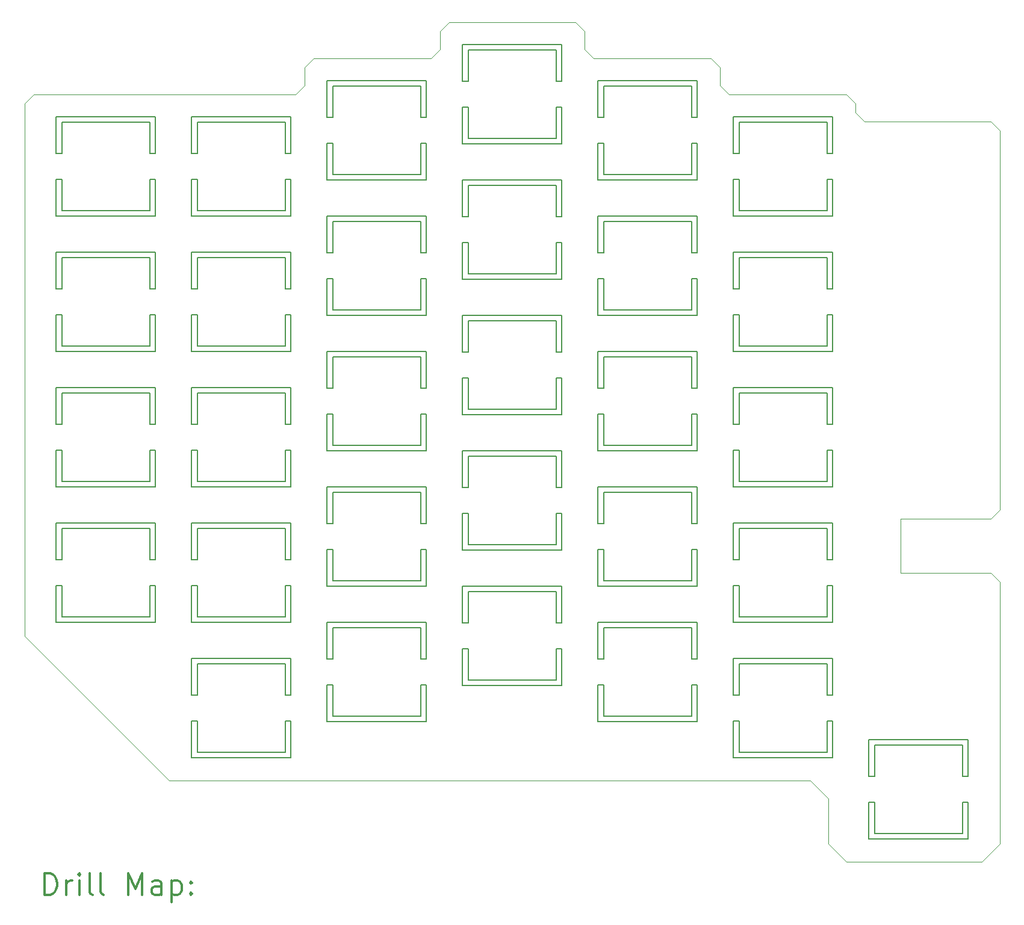
<source format=gbr>
%FSLAX45Y45*%
G04 Gerber Fmt 4.5, Leading zero omitted, Abs format (unit mm)*
G04 Created by KiCad (PCBNEW (5.1.9)-1) date 2021-03-27 16:34:16*
%MOMM*%
%LPD*%
G01*
G04 APERTURE LIST*
%TA.AperFunction,Profile*%
%ADD10C,0.050000*%
%TD*%
%TA.AperFunction,Profile*%
%ADD11C,0.150000*%
%TD*%
%ADD12C,0.200000*%
%ADD13C,0.300000*%
G04 APERTURE END LIST*
D10*
X2413000Y-11176000D02*
X4445000Y-13208000D01*
X16129000Y-14097000D02*
X16129000Y-13081000D01*
X15875000Y-14351000D02*
X16129000Y-14097000D01*
X13970000Y-14351000D02*
X15875000Y-14351000D01*
X13716000Y-14097000D02*
X13970000Y-14351000D01*
X13716000Y-13462000D02*
X13716000Y-14097000D01*
X13462000Y-13208000D02*
X13716000Y-13462000D01*
X6350000Y-13208000D02*
X13462000Y-13208000D01*
X4445000Y-13208000D02*
X6350000Y-13208000D01*
X13970000Y-3556000D02*
X14097000Y-3683000D01*
X12319000Y-3556000D02*
X13970000Y-3556000D01*
X12192000Y-3429000D02*
X12319000Y-3556000D01*
X12192000Y-3175000D02*
X12192000Y-3429000D01*
X12065000Y-3048000D02*
X12192000Y-3175000D01*
X10414000Y-3048000D02*
X12065000Y-3048000D01*
X10287000Y-2921000D02*
X10414000Y-3048000D01*
X10287000Y-2667000D02*
X10287000Y-2921000D01*
X10160000Y-2540000D02*
X10287000Y-2667000D01*
X8382000Y-2540000D02*
X10160000Y-2540000D01*
X8255000Y-2667000D02*
X8382000Y-2540000D01*
X8255000Y-2921000D02*
X8255000Y-2667000D01*
X8128000Y-3048000D02*
X8255000Y-2921000D01*
X6477000Y-3048000D02*
X8128000Y-3048000D01*
X6350000Y-3175000D02*
X6477000Y-3048000D01*
X6350000Y-3429000D02*
X6350000Y-3175000D01*
X6223000Y-3556000D02*
X6350000Y-3429000D01*
X2540000Y-3556000D02*
X6223000Y-3556000D01*
X2540000Y-3556000D02*
X2413000Y-3683000D01*
X14732000Y-9525000D02*
X14732000Y-10287000D01*
X16129000Y-9398000D02*
X16129000Y-4064000D01*
X16129000Y-10414000D02*
X16129000Y-13081000D01*
X16002000Y-9525000D02*
X16129000Y-9398000D01*
X16002000Y-10287000D02*
X16129000Y-10414000D01*
X15621000Y-10287000D02*
X15367000Y-10287000D01*
X14732000Y-10287000D02*
X16002000Y-10287000D01*
X16002000Y-9525000D02*
X14732000Y-9525000D01*
X14097000Y-3810000D02*
X14224000Y-3937000D01*
X16002000Y-3937000D02*
X16129000Y-4064000D01*
X14224000Y-3937000D02*
X16002000Y-3937000D01*
X14097000Y-3683000D02*
X14097000Y-3810000D01*
D11*
X6081000Y-10907000D02*
X4841000Y-10907000D01*
D10*
X2413000Y-11176000D02*
X2413000Y-3683000D01*
D11*
X12461000Y-10907000D02*
X12461000Y-10467000D01*
X13701000Y-10907000D02*
X12461000Y-10907000D01*
X13781000Y-10487000D02*
X13781000Y-10987000D01*
X13781000Y-10987000D02*
X12381000Y-10987000D01*
X13781000Y-10487000D02*
X13781000Y-10467000D01*
X13781000Y-9587000D02*
X12381000Y-9587000D01*
X13701000Y-10467000D02*
X13701000Y-10907000D01*
X13781000Y-10467000D02*
X13701000Y-10467000D01*
X13701000Y-10087000D02*
X13701000Y-10107000D01*
X12381000Y-10087000D02*
X12381000Y-10107000D01*
X12461000Y-10467000D02*
X12381000Y-10467000D01*
X12381000Y-10987000D02*
X12381000Y-10487000D01*
X13701000Y-10107000D02*
X13781000Y-10107000D01*
X12381000Y-10467000D02*
X12381000Y-10487000D01*
X12461000Y-10107000D02*
X12461000Y-10087000D01*
X12381000Y-9587000D02*
X12381000Y-10087000D01*
X13781000Y-10107000D02*
X13781000Y-10087000D01*
X13701000Y-9667000D02*
X13701000Y-10087000D01*
X12381000Y-10107000D02*
X12461000Y-10107000D01*
X13781000Y-10087000D02*
X13781000Y-9587000D01*
X12461000Y-10087000D02*
X12461000Y-9667000D01*
X12461000Y-9667000D02*
X13701000Y-9667000D01*
X12461000Y-7097000D02*
X12461000Y-6657000D01*
X13701000Y-7097000D02*
X12461000Y-7097000D01*
X13781000Y-6677000D02*
X13781000Y-7177000D01*
X13781000Y-7177000D02*
X12381000Y-7177000D01*
X13781000Y-6677000D02*
X13781000Y-6657000D01*
X13781000Y-5777000D02*
X12381000Y-5777000D01*
X13701000Y-6657000D02*
X13701000Y-7097000D01*
X13781000Y-6657000D02*
X13701000Y-6657000D01*
X13701000Y-6277000D02*
X13701000Y-6297000D01*
X12381000Y-6277000D02*
X12381000Y-6297000D01*
X12461000Y-6657000D02*
X12381000Y-6657000D01*
X12381000Y-7177000D02*
X12381000Y-6677000D01*
X13701000Y-6297000D02*
X13781000Y-6297000D01*
X12381000Y-6657000D02*
X12381000Y-6677000D01*
X12461000Y-6297000D02*
X12461000Y-6277000D01*
X12381000Y-5777000D02*
X12381000Y-6277000D01*
X13781000Y-6297000D02*
X13781000Y-6277000D01*
X13701000Y-5857000D02*
X13701000Y-6277000D01*
X12381000Y-6297000D02*
X12461000Y-6297000D01*
X13781000Y-6277000D02*
X13781000Y-5777000D01*
X12461000Y-6277000D02*
X12461000Y-5857000D01*
X12461000Y-5857000D02*
X13701000Y-5857000D01*
X11876000Y-4764000D02*
X10476000Y-4764000D01*
X10556000Y-3884000D02*
X10556000Y-3864000D01*
X10556000Y-3444000D02*
X11796000Y-3444000D01*
X11876000Y-4264000D02*
X11876000Y-4244000D01*
X11876000Y-4244000D02*
X11796000Y-4244000D01*
X10556000Y-3864000D02*
X10556000Y-3444000D01*
X10556000Y-4684000D02*
X10556000Y-4244000D01*
X11796000Y-3444000D02*
X11796000Y-3864000D01*
X10476000Y-3884000D02*
X10556000Y-3884000D01*
X11796000Y-3864000D02*
X11796000Y-3884000D01*
X11796000Y-4244000D02*
X11796000Y-4684000D01*
X10476000Y-4244000D02*
X10476000Y-4264000D01*
X11796000Y-4684000D02*
X10556000Y-4684000D01*
X11796000Y-3884000D02*
X11876000Y-3884000D01*
X10476000Y-3864000D02*
X10476000Y-3884000D01*
X11876000Y-4264000D02*
X11876000Y-4764000D01*
X10476000Y-3364000D02*
X10476000Y-3864000D01*
X12381000Y-4752000D02*
X12381000Y-4772000D01*
X12461000Y-3952000D02*
X13701000Y-3952000D01*
X13701000Y-5192000D02*
X12461000Y-5192000D01*
X13701000Y-3952000D02*
X13701000Y-4372000D01*
X12381000Y-4392000D02*
X12461000Y-4392000D01*
X12381000Y-4372000D02*
X12381000Y-4392000D01*
X13701000Y-4752000D02*
X13701000Y-5192000D01*
X13701000Y-4372000D02*
X13701000Y-4392000D01*
X13781000Y-4772000D02*
X13781000Y-4752000D01*
X11876000Y-3864000D02*
X11876000Y-3364000D01*
X11876000Y-3364000D02*
X10476000Y-3364000D01*
X10556000Y-4244000D02*
X10476000Y-4244000D01*
X12461000Y-4372000D02*
X12461000Y-3952000D01*
X13781000Y-4772000D02*
X13781000Y-5272000D01*
X13781000Y-4752000D02*
X13701000Y-4752000D01*
X13781000Y-5272000D02*
X12381000Y-5272000D01*
X12461000Y-4392000D02*
X12461000Y-4372000D01*
X13701000Y-4392000D02*
X13781000Y-4392000D01*
X11876000Y-3884000D02*
X11876000Y-3864000D01*
X10476000Y-4764000D02*
X10476000Y-4264000D01*
X12461000Y-5192000D02*
X12461000Y-4752000D01*
X13781000Y-3872000D02*
X12381000Y-3872000D01*
X13781000Y-4392000D02*
X13781000Y-4372000D01*
X12381000Y-5272000D02*
X12381000Y-4772000D01*
X12461000Y-4752000D02*
X12381000Y-4752000D01*
X12381000Y-3872000D02*
X12381000Y-4372000D01*
X13781000Y-4372000D02*
X13781000Y-3872000D01*
X15686000Y-14035000D02*
X14286000Y-14035000D01*
X14366000Y-13155000D02*
X14366000Y-13135000D01*
X14366000Y-12715000D02*
X15606000Y-12715000D01*
X15686000Y-13535000D02*
X15686000Y-13515000D01*
X15686000Y-13515000D02*
X15606000Y-13515000D01*
X14366000Y-13135000D02*
X14366000Y-12715000D01*
X14366000Y-13955000D02*
X14366000Y-13515000D01*
X15606000Y-12715000D02*
X15606000Y-13135000D01*
X14286000Y-13155000D02*
X14366000Y-13155000D01*
X15606000Y-13135000D02*
X15606000Y-13155000D01*
X15606000Y-13515000D02*
X15606000Y-13955000D01*
X14286000Y-13515000D02*
X14286000Y-13535000D01*
X15606000Y-13955000D02*
X14366000Y-13955000D01*
X15606000Y-13155000D02*
X15686000Y-13155000D01*
X14286000Y-13135000D02*
X14286000Y-13155000D01*
X15686000Y-13535000D02*
X15686000Y-14035000D01*
X14286000Y-12635000D02*
X14286000Y-13135000D01*
X4761000Y-12372000D02*
X4761000Y-12392000D01*
X4841000Y-11572000D02*
X6081000Y-11572000D01*
X6081000Y-12812000D02*
X4841000Y-12812000D01*
X6081000Y-11572000D02*
X6081000Y-11992000D01*
X4761000Y-12012000D02*
X4841000Y-12012000D01*
X4761000Y-11992000D02*
X4761000Y-12012000D01*
X6081000Y-12372000D02*
X6081000Y-12812000D01*
X6081000Y-11992000D02*
X6081000Y-12012000D01*
X6161000Y-12392000D02*
X6161000Y-12372000D01*
X15686000Y-13135000D02*
X15686000Y-12635000D01*
X15686000Y-12635000D02*
X14286000Y-12635000D01*
X14366000Y-13515000D02*
X14286000Y-13515000D01*
X4841000Y-11992000D02*
X4841000Y-11572000D01*
X6161000Y-12392000D02*
X6161000Y-12892000D01*
X6161000Y-12372000D02*
X6081000Y-12372000D01*
X6161000Y-12892000D02*
X4761000Y-12892000D01*
X4841000Y-12012000D02*
X4841000Y-11992000D01*
X6081000Y-12012000D02*
X6161000Y-12012000D01*
X15686000Y-13155000D02*
X15686000Y-13135000D01*
X14286000Y-14035000D02*
X14286000Y-13535000D01*
X4841000Y-12812000D02*
X4841000Y-12372000D01*
X6161000Y-11492000D02*
X4761000Y-11492000D01*
X6161000Y-12012000D02*
X6161000Y-11992000D01*
X4761000Y-12892000D02*
X4761000Y-12392000D01*
X4841000Y-12372000D02*
X4761000Y-12372000D01*
X4761000Y-11492000D02*
X4761000Y-11992000D01*
X6161000Y-11992000D02*
X6161000Y-11492000D01*
X8066000Y-12384000D02*
X6666000Y-12384000D01*
X6746000Y-11504000D02*
X6746000Y-11484000D01*
X6746000Y-11064000D02*
X7986000Y-11064000D01*
X8066000Y-11884000D02*
X8066000Y-11864000D01*
X8066000Y-11864000D02*
X7986000Y-11864000D01*
X6746000Y-11484000D02*
X6746000Y-11064000D01*
X6746000Y-12304000D02*
X6746000Y-11864000D01*
X7986000Y-11064000D02*
X7986000Y-11484000D01*
X6666000Y-11504000D02*
X6746000Y-11504000D01*
X7986000Y-11484000D02*
X7986000Y-11504000D01*
X7986000Y-11864000D02*
X7986000Y-12304000D01*
X6666000Y-11864000D02*
X6666000Y-11884000D01*
X7986000Y-12304000D02*
X6746000Y-12304000D01*
X7986000Y-11504000D02*
X8066000Y-11504000D01*
X6666000Y-11484000D02*
X6666000Y-11504000D01*
X8066000Y-11884000D02*
X8066000Y-12384000D01*
X6666000Y-10984000D02*
X6666000Y-11484000D01*
X8571000Y-11356000D02*
X8571000Y-11376000D01*
X8651000Y-10556000D02*
X9891000Y-10556000D01*
X9891000Y-11796000D02*
X8651000Y-11796000D01*
X9891000Y-10556000D02*
X9891000Y-10976000D01*
X8571000Y-10996000D02*
X8651000Y-10996000D01*
X8571000Y-10976000D02*
X8571000Y-10996000D01*
X9891000Y-11356000D02*
X9891000Y-11796000D01*
X9891000Y-10976000D02*
X9891000Y-10996000D01*
X9971000Y-11376000D02*
X9971000Y-11356000D01*
X8066000Y-11484000D02*
X8066000Y-10984000D01*
X8066000Y-10984000D02*
X6666000Y-10984000D01*
X6746000Y-11864000D02*
X6666000Y-11864000D01*
X8651000Y-10976000D02*
X8651000Y-10556000D01*
X9971000Y-11376000D02*
X9971000Y-11876000D01*
X9971000Y-11356000D02*
X9891000Y-11356000D01*
X9971000Y-11876000D02*
X8571000Y-11876000D01*
X8651000Y-10996000D02*
X8651000Y-10976000D01*
X9891000Y-10996000D02*
X9971000Y-10996000D01*
X8066000Y-11504000D02*
X8066000Y-11484000D01*
X6666000Y-12384000D02*
X6666000Y-11884000D01*
X8651000Y-11796000D02*
X8651000Y-11356000D01*
X9971000Y-10476000D02*
X8571000Y-10476000D01*
X9971000Y-10996000D02*
X9971000Y-10976000D01*
X8571000Y-11876000D02*
X8571000Y-11376000D01*
X8651000Y-11356000D02*
X8571000Y-11356000D01*
X8571000Y-10476000D02*
X8571000Y-10976000D01*
X9971000Y-10976000D02*
X9971000Y-10476000D01*
X6161000Y-10987000D02*
X4761000Y-10987000D01*
X6161000Y-10467000D02*
X6081000Y-10467000D01*
X4841000Y-10467000D02*
X4761000Y-10467000D01*
X6161000Y-10107000D02*
X6161000Y-10087000D01*
X4761000Y-10087000D02*
X4761000Y-10107000D01*
X4761000Y-10987000D02*
X4761000Y-10487000D01*
X6081000Y-10467000D02*
X6081000Y-10907000D01*
X4841000Y-9667000D02*
X6081000Y-9667000D01*
X6161000Y-10487000D02*
X6161000Y-10467000D01*
X2856000Y-10107000D02*
X2936000Y-10107000D01*
X2856000Y-10467000D02*
X2856000Y-10487000D01*
X2856000Y-10087000D02*
X2856000Y-10107000D01*
X4176000Y-10087000D02*
X4176000Y-10107000D01*
X4256000Y-10107000D02*
X4256000Y-10087000D01*
X4176000Y-9667000D02*
X4176000Y-10087000D01*
X4256000Y-10087000D02*
X4256000Y-9587000D01*
X2936000Y-10107000D02*
X2936000Y-10087000D01*
X4176000Y-10107000D02*
X4256000Y-10107000D01*
X4256000Y-10467000D02*
X4176000Y-10467000D01*
X2936000Y-10907000D02*
X2936000Y-10467000D01*
X4176000Y-10467000D02*
X4176000Y-10907000D01*
X4256000Y-10487000D02*
X4256000Y-10467000D01*
X2936000Y-9667000D02*
X4176000Y-9667000D01*
X2856000Y-9587000D02*
X2856000Y-10087000D01*
X4256000Y-10987000D02*
X2856000Y-10987000D01*
X4256000Y-10487000D02*
X4256000Y-10987000D01*
X4176000Y-10907000D02*
X2936000Y-10907000D01*
X2936000Y-10087000D02*
X2936000Y-9667000D01*
X4256000Y-9587000D02*
X2856000Y-9587000D01*
X8571000Y-9071000D02*
X8571000Y-9091000D01*
X6746000Y-9599000D02*
X6746000Y-9579000D01*
X6081000Y-9667000D02*
X6081000Y-10087000D01*
X6161000Y-10087000D02*
X6161000Y-9587000D01*
X4761000Y-10467000D02*
X4761000Y-10487000D01*
X6161000Y-9587000D02*
X4761000Y-9587000D01*
X6081000Y-10107000D02*
X6161000Y-10107000D01*
X6081000Y-10087000D02*
X6081000Y-10107000D01*
X4761000Y-10107000D02*
X4841000Y-10107000D01*
X9971000Y-9471000D02*
X9971000Y-9971000D01*
X8651000Y-9891000D02*
X8651000Y-9451000D01*
X4841000Y-10107000D02*
X4841000Y-10087000D01*
X8571000Y-9451000D02*
X8571000Y-9471000D01*
X4761000Y-9587000D02*
X4761000Y-10087000D01*
X10556000Y-10399000D02*
X10556000Y-9959000D01*
X11796000Y-10399000D02*
X10556000Y-10399000D01*
X11876000Y-9979000D02*
X11876000Y-10479000D01*
X11876000Y-10479000D02*
X10476000Y-10479000D01*
X11876000Y-9979000D02*
X11876000Y-9959000D01*
X11876000Y-9079000D02*
X10476000Y-9079000D01*
X11796000Y-9959000D02*
X11796000Y-10399000D01*
X11876000Y-9959000D02*
X11796000Y-9959000D01*
X11796000Y-9579000D02*
X11796000Y-9599000D01*
X10476000Y-9579000D02*
X10476000Y-9599000D01*
X6746000Y-10399000D02*
X6746000Y-9959000D01*
X10556000Y-9959000D02*
X10476000Y-9959000D01*
X10476000Y-10479000D02*
X10476000Y-9979000D01*
X11796000Y-9599000D02*
X11876000Y-9599000D01*
X10476000Y-9959000D02*
X10476000Y-9979000D01*
X6746000Y-9579000D02*
X6746000Y-9159000D01*
X8651000Y-9071000D02*
X8651000Y-8651000D01*
X10556000Y-9599000D02*
X10556000Y-9579000D01*
X8571000Y-9091000D02*
X8651000Y-9091000D01*
X10476000Y-9079000D02*
X10476000Y-9579000D01*
X11876000Y-9599000D02*
X11876000Y-9579000D01*
X11796000Y-9159000D02*
X11796000Y-9579000D01*
X10476000Y-9599000D02*
X10556000Y-9599000D01*
X11876000Y-9579000D02*
X11876000Y-9079000D01*
X10556000Y-9579000D02*
X10556000Y-9159000D01*
X10556000Y-9159000D02*
X11796000Y-9159000D01*
X9971000Y-9971000D02*
X8571000Y-9971000D01*
X8651000Y-8651000D02*
X9891000Y-8651000D01*
X6746000Y-9959000D02*
X6666000Y-9959000D01*
X6666000Y-9079000D02*
X6666000Y-9579000D01*
X9971000Y-9451000D02*
X9891000Y-9451000D01*
X9891000Y-9451000D02*
X9891000Y-9891000D01*
X9891000Y-9891000D02*
X8651000Y-9891000D01*
X6666000Y-9599000D02*
X6746000Y-9599000D01*
X7986000Y-9599000D02*
X8066000Y-9599000D01*
X8651000Y-9091000D02*
X8651000Y-9071000D01*
X9891000Y-9091000D02*
X9971000Y-9091000D01*
X9891000Y-9071000D02*
X9891000Y-9091000D01*
X8066000Y-9599000D02*
X8066000Y-9579000D01*
X6746000Y-9159000D02*
X7986000Y-9159000D01*
X9971000Y-9471000D02*
X9971000Y-9451000D01*
X4841000Y-10087000D02*
X4841000Y-9667000D01*
X7986000Y-9959000D02*
X7986000Y-10399000D01*
X6666000Y-10479000D02*
X6666000Y-9979000D01*
X8066000Y-9959000D02*
X7986000Y-9959000D01*
X8066000Y-10479000D02*
X6666000Y-10479000D01*
X9971000Y-8571000D02*
X8571000Y-8571000D01*
X8571000Y-9971000D02*
X8571000Y-9471000D01*
X4841000Y-10907000D02*
X4841000Y-10467000D01*
X8651000Y-9451000D02*
X8571000Y-9451000D01*
X9971000Y-9091000D02*
X9971000Y-9071000D01*
X6666000Y-9959000D02*
X6666000Y-9979000D01*
X8066000Y-9079000D02*
X6666000Y-9079000D01*
X6161000Y-10487000D02*
X6161000Y-10987000D01*
X9891000Y-8651000D02*
X9891000Y-9071000D01*
X8571000Y-8571000D02*
X8571000Y-9071000D01*
X6666000Y-9579000D02*
X6666000Y-9599000D01*
X9971000Y-9071000D02*
X9971000Y-8571000D01*
X8066000Y-9579000D02*
X8066000Y-9079000D01*
X7986000Y-9159000D02*
X7986000Y-9579000D01*
X7986000Y-9579000D02*
X7986000Y-9599000D01*
X8066000Y-9979000D02*
X8066000Y-9959000D01*
X8066000Y-9979000D02*
X8066000Y-10479000D01*
X7986000Y-10399000D02*
X6746000Y-10399000D01*
X2856000Y-10987000D02*
X2856000Y-10487000D01*
X2936000Y-10467000D02*
X2856000Y-10467000D01*
X8066000Y-8574000D02*
X6666000Y-8574000D01*
X7986000Y-8494000D02*
X6746000Y-8494000D01*
X8066000Y-8054000D02*
X7986000Y-8054000D01*
X6746000Y-8054000D02*
X6666000Y-8054000D01*
X8066000Y-7694000D02*
X8066000Y-7674000D01*
X6666000Y-7674000D02*
X6666000Y-7694000D01*
X6666000Y-8574000D02*
X6666000Y-8074000D01*
X7986000Y-8054000D02*
X7986000Y-8494000D01*
X6746000Y-7254000D02*
X7986000Y-7254000D01*
X8066000Y-8074000D02*
X8066000Y-8054000D01*
X4761000Y-8202000D02*
X4841000Y-8202000D01*
X4761000Y-8562000D02*
X4761000Y-8582000D01*
X4761000Y-8182000D02*
X4761000Y-8202000D01*
X6081000Y-8182000D02*
X6081000Y-8202000D01*
X6161000Y-8202000D02*
X6161000Y-8182000D01*
X6081000Y-7762000D02*
X6081000Y-8182000D01*
X6161000Y-8182000D02*
X6161000Y-7682000D01*
X4841000Y-8202000D02*
X4841000Y-8182000D01*
X6081000Y-8202000D02*
X6161000Y-8202000D01*
X6161000Y-8562000D02*
X6081000Y-8562000D01*
X4841000Y-9002000D02*
X4841000Y-8562000D01*
X6081000Y-8562000D02*
X6081000Y-9002000D01*
X6161000Y-8582000D02*
X6161000Y-8562000D01*
X4841000Y-7762000D02*
X6081000Y-7762000D01*
X4761000Y-7682000D02*
X4761000Y-8182000D01*
X6161000Y-9082000D02*
X4761000Y-9082000D01*
X6161000Y-8582000D02*
X6161000Y-9082000D01*
X6081000Y-9002000D02*
X4841000Y-9002000D01*
X4841000Y-8182000D02*
X4841000Y-7762000D01*
X6161000Y-7682000D02*
X4761000Y-7682000D01*
X10476000Y-7674000D02*
X10476000Y-7694000D01*
X8651000Y-7186000D02*
X8651000Y-7166000D01*
X7986000Y-7254000D02*
X7986000Y-7674000D01*
X8066000Y-7674000D02*
X8066000Y-7174000D01*
X6666000Y-8054000D02*
X6666000Y-8074000D01*
X8066000Y-7174000D02*
X6666000Y-7174000D01*
X7986000Y-7694000D02*
X8066000Y-7694000D01*
X7986000Y-7674000D02*
X7986000Y-7694000D01*
X6666000Y-7694000D02*
X6746000Y-7694000D01*
X11876000Y-8074000D02*
X11876000Y-8574000D01*
X10556000Y-8494000D02*
X10556000Y-8054000D01*
X6746000Y-7694000D02*
X6746000Y-7674000D01*
X10476000Y-8054000D02*
X10476000Y-8074000D01*
X6666000Y-7174000D02*
X6666000Y-7674000D01*
X12461000Y-9002000D02*
X12461000Y-8562000D01*
X13701000Y-9002000D02*
X12461000Y-9002000D01*
X13781000Y-8582000D02*
X13781000Y-9082000D01*
X13781000Y-9082000D02*
X12381000Y-9082000D01*
X13781000Y-8582000D02*
X13781000Y-8562000D01*
X13781000Y-7682000D02*
X12381000Y-7682000D01*
X13701000Y-8562000D02*
X13701000Y-9002000D01*
X13781000Y-8562000D02*
X13701000Y-8562000D01*
X13701000Y-8182000D02*
X13701000Y-8202000D01*
X12381000Y-8182000D02*
X12381000Y-8202000D01*
X8651000Y-7986000D02*
X8651000Y-7546000D01*
X12461000Y-8562000D02*
X12381000Y-8562000D01*
X12381000Y-9082000D02*
X12381000Y-8582000D01*
X13701000Y-8202000D02*
X13781000Y-8202000D01*
X12381000Y-8562000D02*
X12381000Y-8582000D01*
X8651000Y-7166000D02*
X8651000Y-6746000D01*
X10556000Y-7674000D02*
X10556000Y-7254000D01*
X12461000Y-8202000D02*
X12461000Y-8182000D01*
X10476000Y-7694000D02*
X10556000Y-7694000D01*
X12381000Y-7682000D02*
X12381000Y-8182000D01*
X13781000Y-8202000D02*
X13781000Y-8182000D01*
X13701000Y-7762000D02*
X13701000Y-8182000D01*
X12381000Y-8202000D02*
X12461000Y-8202000D01*
X13781000Y-8182000D02*
X13781000Y-7682000D01*
X12461000Y-8182000D02*
X12461000Y-7762000D01*
X12461000Y-7762000D02*
X13701000Y-7762000D01*
X11876000Y-8574000D02*
X10476000Y-8574000D01*
X10556000Y-7254000D02*
X11796000Y-7254000D01*
X8651000Y-7546000D02*
X8571000Y-7546000D01*
X8571000Y-6666000D02*
X8571000Y-7166000D01*
X11876000Y-8054000D02*
X11796000Y-8054000D01*
X11796000Y-8054000D02*
X11796000Y-8494000D01*
X11796000Y-8494000D02*
X10556000Y-8494000D01*
X8571000Y-7186000D02*
X8651000Y-7186000D01*
X9891000Y-7186000D02*
X9971000Y-7186000D01*
X10556000Y-7694000D02*
X10556000Y-7674000D01*
X11796000Y-7694000D02*
X11876000Y-7694000D01*
X11796000Y-7674000D02*
X11796000Y-7694000D01*
X9971000Y-7186000D02*
X9971000Y-7166000D01*
X8651000Y-6746000D02*
X9891000Y-6746000D01*
X11876000Y-8074000D02*
X11876000Y-8054000D01*
X6746000Y-7674000D02*
X6746000Y-7254000D01*
X9891000Y-7546000D02*
X9891000Y-7986000D01*
X8571000Y-8066000D02*
X8571000Y-7566000D01*
X9971000Y-7546000D02*
X9891000Y-7546000D01*
X9971000Y-8066000D02*
X8571000Y-8066000D01*
X11876000Y-7174000D02*
X10476000Y-7174000D01*
X10476000Y-8574000D02*
X10476000Y-8074000D01*
X6746000Y-8494000D02*
X6746000Y-8054000D01*
X10556000Y-8054000D02*
X10476000Y-8054000D01*
X11876000Y-7694000D02*
X11876000Y-7674000D01*
X8571000Y-7546000D02*
X8571000Y-7566000D01*
X9971000Y-6666000D02*
X8571000Y-6666000D01*
X8066000Y-8074000D02*
X8066000Y-8574000D01*
X11796000Y-7254000D02*
X11796000Y-7674000D01*
X10476000Y-7174000D02*
X10476000Y-7674000D01*
X8571000Y-7166000D02*
X8571000Y-7186000D01*
X11876000Y-7674000D02*
X11876000Y-7174000D01*
X9971000Y-7166000D02*
X9971000Y-6666000D01*
X9891000Y-6746000D02*
X9891000Y-7166000D01*
X9891000Y-7166000D02*
X9891000Y-7186000D01*
X9971000Y-7566000D02*
X9971000Y-7546000D01*
X9971000Y-7566000D02*
X9971000Y-8066000D01*
X9891000Y-7986000D02*
X8651000Y-7986000D01*
X4761000Y-9082000D02*
X4761000Y-8582000D01*
X4841000Y-8562000D02*
X4761000Y-8562000D01*
X11796000Y-5789000D02*
X11876000Y-5789000D01*
X11876000Y-6169000D02*
X11876000Y-6149000D01*
X10476000Y-5269000D02*
X10476000Y-5769000D01*
X11796000Y-6149000D02*
X11796000Y-6589000D01*
X11796000Y-5349000D02*
X11796000Y-5769000D01*
X11876000Y-6149000D02*
X11796000Y-6149000D01*
X10556000Y-6149000D02*
X10476000Y-6149000D01*
X11796000Y-6589000D02*
X10556000Y-6589000D01*
X10556000Y-5769000D02*
X10556000Y-5349000D01*
X10476000Y-6669000D02*
X10476000Y-6169000D01*
X10556000Y-5349000D02*
X11796000Y-5349000D01*
X11796000Y-5769000D02*
X11796000Y-5789000D01*
X10476000Y-5789000D02*
X10556000Y-5789000D01*
X11876000Y-5269000D02*
X10476000Y-5269000D01*
X11876000Y-6169000D02*
X11876000Y-6669000D01*
X10556000Y-6589000D02*
X10556000Y-6149000D01*
X11876000Y-6669000D02*
X10476000Y-6669000D01*
X10476000Y-6149000D02*
X10476000Y-6169000D01*
X11876000Y-5769000D02*
X11876000Y-5269000D01*
X10476000Y-5769000D02*
X10476000Y-5789000D01*
X10556000Y-5789000D02*
X10556000Y-5769000D01*
X11876000Y-5789000D02*
X11876000Y-5769000D01*
X8651000Y-5261000D02*
X8651000Y-4841000D01*
X6746000Y-6589000D02*
X6746000Y-6149000D01*
X8571000Y-5281000D02*
X8651000Y-5281000D01*
X6746000Y-5769000D02*
X6746000Y-5349000D01*
X9971000Y-6161000D02*
X8571000Y-6161000D01*
X8651000Y-4841000D02*
X9891000Y-4841000D01*
X6746000Y-6149000D02*
X6666000Y-6149000D01*
X9891000Y-5641000D02*
X9891000Y-6081000D01*
X9891000Y-6081000D02*
X8651000Y-6081000D01*
X8651000Y-5281000D02*
X8651000Y-5261000D01*
X8066000Y-5789000D02*
X8066000Y-5769000D01*
X9891000Y-5261000D02*
X9891000Y-5281000D01*
X7986000Y-5789000D02*
X8066000Y-5789000D01*
X9891000Y-5281000D02*
X9971000Y-5281000D01*
X6666000Y-5269000D02*
X6666000Y-5769000D01*
X9971000Y-5661000D02*
X9971000Y-5641000D01*
X6666000Y-5789000D02*
X6746000Y-5789000D01*
X9971000Y-5641000D02*
X9891000Y-5641000D01*
X6746000Y-5349000D02*
X7986000Y-5349000D01*
X9891000Y-4841000D02*
X9891000Y-5261000D01*
X8571000Y-4761000D02*
X8571000Y-5261000D01*
X7986000Y-6589000D02*
X6746000Y-6589000D01*
X6666000Y-5769000D02*
X6666000Y-5789000D01*
X9971000Y-5261000D02*
X9971000Y-4761000D01*
X4841000Y-6277000D02*
X4841000Y-5857000D01*
X9971000Y-5281000D02*
X9971000Y-5261000D01*
X9971000Y-4761000D02*
X8571000Y-4761000D01*
X8571000Y-6161000D02*
X8571000Y-5661000D01*
X7986000Y-6149000D02*
X7986000Y-6589000D01*
X8066000Y-5769000D02*
X8066000Y-5269000D01*
X7986000Y-5349000D02*
X7986000Y-5769000D01*
X8066000Y-6149000D02*
X7986000Y-6149000D01*
X8066000Y-5269000D02*
X6666000Y-5269000D01*
X6666000Y-6669000D02*
X6666000Y-6169000D01*
X4841000Y-7097000D02*
X4841000Y-6657000D01*
X8651000Y-5641000D02*
X8571000Y-5641000D01*
X8066000Y-6669000D02*
X6666000Y-6669000D01*
X8066000Y-6169000D02*
X8066000Y-6149000D01*
X8066000Y-6169000D02*
X8066000Y-6669000D01*
X7986000Y-5769000D02*
X7986000Y-5789000D01*
X6161000Y-6677000D02*
X6161000Y-7177000D01*
X6666000Y-6149000D02*
X6666000Y-6169000D01*
X8571000Y-5261000D02*
X8571000Y-5281000D01*
X6746000Y-5789000D02*
X6746000Y-5769000D01*
X9971000Y-5661000D02*
X9971000Y-6161000D01*
X8651000Y-6081000D02*
X8651000Y-5641000D01*
X8571000Y-5641000D02*
X8571000Y-5661000D01*
X6081000Y-6277000D02*
X6081000Y-6297000D01*
X6081000Y-5857000D02*
X6081000Y-6277000D01*
X4761000Y-5777000D02*
X4761000Y-6277000D01*
X6161000Y-5777000D02*
X4761000Y-5777000D01*
X4761000Y-6657000D02*
X4761000Y-6677000D01*
X4841000Y-6297000D02*
X4841000Y-6277000D01*
X6081000Y-6297000D02*
X6161000Y-6297000D01*
X6161000Y-6277000D02*
X6161000Y-5777000D01*
X4761000Y-6297000D02*
X4841000Y-6297000D01*
X6161000Y-7177000D02*
X4761000Y-7177000D01*
X6081000Y-7097000D02*
X4841000Y-7097000D01*
X6161000Y-6657000D02*
X6081000Y-6657000D01*
X4841000Y-6657000D02*
X4761000Y-6657000D01*
X6161000Y-6297000D02*
X6161000Y-6277000D01*
X4761000Y-6277000D02*
X4761000Y-6297000D01*
X4761000Y-7177000D02*
X4761000Y-6677000D01*
X6081000Y-6657000D02*
X6081000Y-7097000D01*
X4841000Y-5857000D02*
X6081000Y-5857000D01*
X6161000Y-6677000D02*
X6161000Y-6657000D01*
X9971000Y-3756000D02*
X9971000Y-4256000D01*
X8651000Y-4176000D02*
X8651000Y-3736000D01*
X8651000Y-3356000D02*
X8651000Y-2936000D01*
X8571000Y-3376000D02*
X8651000Y-3376000D01*
X9971000Y-4256000D02*
X8571000Y-4256000D01*
X8571000Y-3736000D02*
X8571000Y-3756000D01*
X8571000Y-3356000D02*
X8571000Y-3376000D01*
X9891000Y-3736000D02*
X9891000Y-4176000D01*
X8651000Y-3376000D02*
X8651000Y-3356000D01*
X8651000Y-2936000D02*
X9891000Y-2936000D01*
X9891000Y-3356000D02*
X9891000Y-3376000D01*
X9891000Y-3376000D02*
X9971000Y-3376000D01*
X9891000Y-4176000D02*
X8651000Y-4176000D01*
X9971000Y-3756000D02*
X9971000Y-3736000D01*
X9891000Y-2936000D02*
X9891000Y-3356000D01*
X9971000Y-3736000D02*
X9891000Y-3736000D01*
X8571000Y-2856000D02*
X8571000Y-3356000D01*
X9971000Y-3356000D02*
X9971000Y-2856000D01*
X9971000Y-3376000D02*
X9971000Y-3356000D01*
X9971000Y-2856000D02*
X8571000Y-2856000D01*
X8571000Y-4256000D02*
X8571000Y-3756000D01*
X8651000Y-3736000D02*
X8571000Y-3736000D01*
X4256000Y-8582000D02*
X4256000Y-9082000D01*
X2936000Y-9002000D02*
X2936000Y-8562000D01*
X2936000Y-8182000D02*
X2936000Y-7762000D01*
X2856000Y-8202000D02*
X2936000Y-8202000D01*
X4256000Y-9082000D02*
X2856000Y-9082000D01*
X2856000Y-8562000D02*
X2856000Y-8582000D01*
X2856000Y-8182000D02*
X2856000Y-8202000D01*
X4176000Y-8562000D02*
X4176000Y-9002000D01*
X2936000Y-8202000D02*
X2936000Y-8182000D01*
X2936000Y-7762000D02*
X4176000Y-7762000D01*
X4176000Y-8182000D02*
X4176000Y-8202000D01*
X4176000Y-8202000D02*
X4256000Y-8202000D01*
X4176000Y-9002000D02*
X2936000Y-9002000D01*
X4256000Y-8582000D02*
X4256000Y-8562000D01*
X4176000Y-7762000D02*
X4176000Y-8182000D01*
X4256000Y-8562000D02*
X4176000Y-8562000D01*
X2856000Y-7682000D02*
X2856000Y-8182000D01*
X4256000Y-8182000D02*
X4256000Y-7682000D01*
X4256000Y-8202000D02*
X4256000Y-8182000D01*
X4256000Y-7682000D02*
X2856000Y-7682000D01*
X2856000Y-9082000D02*
X2856000Y-8582000D01*
X2936000Y-8562000D02*
X2856000Y-8562000D01*
X4256000Y-6677000D02*
X4256000Y-7177000D01*
X2936000Y-7097000D02*
X2936000Y-6657000D01*
X2936000Y-6277000D02*
X2936000Y-5857000D01*
X2856000Y-6297000D02*
X2936000Y-6297000D01*
X4256000Y-7177000D02*
X2856000Y-7177000D01*
X2856000Y-6657000D02*
X2856000Y-6677000D01*
X2856000Y-6277000D02*
X2856000Y-6297000D01*
X4176000Y-6657000D02*
X4176000Y-7097000D01*
X2936000Y-6297000D02*
X2936000Y-6277000D01*
X2936000Y-5857000D02*
X4176000Y-5857000D01*
X4176000Y-6277000D02*
X4176000Y-6297000D01*
X4176000Y-6297000D02*
X4256000Y-6297000D01*
X4176000Y-7097000D02*
X2936000Y-7097000D01*
X4256000Y-6677000D02*
X4256000Y-6657000D01*
X4176000Y-5857000D02*
X4176000Y-6277000D01*
X4256000Y-6657000D02*
X4176000Y-6657000D01*
X2856000Y-5777000D02*
X2856000Y-6277000D01*
X4256000Y-6277000D02*
X4256000Y-5777000D01*
X4256000Y-6297000D02*
X4256000Y-6277000D01*
X4256000Y-5777000D02*
X2856000Y-5777000D01*
X2856000Y-7177000D02*
X2856000Y-6677000D01*
X2936000Y-6657000D02*
X2856000Y-6657000D01*
X8066000Y-4264000D02*
X8066000Y-4764000D01*
X6746000Y-4684000D02*
X6746000Y-4244000D01*
X6746000Y-3864000D02*
X6746000Y-3444000D01*
X6666000Y-3884000D02*
X6746000Y-3884000D01*
X8066000Y-4764000D02*
X6666000Y-4764000D01*
X6666000Y-4244000D02*
X6666000Y-4264000D01*
X6666000Y-3864000D02*
X6666000Y-3884000D01*
X7986000Y-4244000D02*
X7986000Y-4684000D01*
X6746000Y-3884000D02*
X6746000Y-3864000D01*
X6746000Y-3444000D02*
X7986000Y-3444000D01*
X7986000Y-3864000D02*
X7986000Y-3884000D01*
X7986000Y-3884000D02*
X8066000Y-3884000D01*
X7986000Y-4684000D02*
X6746000Y-4684000D01*
X8066000Y-4264000D02*
X8066000Y-4244000D01*
X7986000Y-3444000D02*
X7986000Y-3864000D01*
X8066000Y-4244000D02*
X7986000Y-4244000D01*
X6666000Y-3364000D02*
X6666000Y-3864000D01*
X8066000Y-3864000D02*
X8066000Y-3364000D01*
X8066000Y-3884000D02*
X8066000Y-3864000D01*
X8066000Y-3364000D02*
X6666000Y-3364000D01*
X6666000Y-4764000D02*
X6666000Y-4264000D01*
X6746000Y-4244000D02*
X6666000Y-4244000D01*
X6161000Y-4772000D02*
X6161000Y-5272000D01*
X4841000Y-5192000D02*
X4841000Y-4752000D01*
X4841000Y-4372000D02*
X4841000Y-3952000D01*
X4761000Y-4392000D02*
X4841000Y-4392000D01*
X6161000Y-5272000D02*
X4761000Y-5272000D01*
X4761000Y-4752000D02*
X4761000Y-4772000D01*
X4761000Y-4372000D02*
X4761000Y-4392000D01*
X6081000Y-4752000D02*
X6081000Y-5192000D01*
X4841000Y-4392000D02*
X4841000Y-4372000D01*
X4841000Y-3952000D02*
X6081000Y-3952000D01*
X6081000Y-4372000D02*
X6081000Y-4392000D01*
X6081000Y-4392000D02*
X6161000Y-4392000D01*
X6081000Y-5192000D02*
X4841000Y-5192000D01*
X6161000Y-4772000D02*
X6161000Y-4752000D01*
X6081000Y-3952000D02*
X6081000Y-4372000D01*
X6161000Y-4752000D02*
X6081000Y-4752000D01*
X4761000Y-3872000D02*
X4761000Y-4372000D01*
X6161000Y-4372000D02*
X6161000Y-3872000D01*
X6161000Y-4392000D02*
X6161000Y-4372000D01*
X6161000Y-3872000D02*
X4761000Y-3872000D01*
X4761000Y-5272000D02*
X4761000Y-4772000D01*
X4841000Y-4752000D02*
X4761000Y-4752000D01*
X4256000Y-4772000D02*
X4256000Y-5272000D01*
X2936000Y-5192000D02*
X2936000Y-4752000D01*
X2936000Y-4372000D02*
X2936000Y-3952000D01*
X2856000Y-4392000D02*
X2936000Y-4392000D01*
X4256000Y-5272000D02*
X2856000Y-5272000D01*
X2856000Y-4752000D02*
X2856000Y-4772000D01*
X2856000Y-4372000D02*
X2856000Y-4392000D01*
X4176000Y-4752000D02*
X4176000Y-5192000D01*
X2936000Y-4392000D02*
X2936000Y-4372000D01*
X2936000Y-3952000D02*
X4176000Y-3952000D01*
X4176000Y-4372000D02*
X4176000Y-4392000D01*
X4176000Y-4392000D02*
X4256000Y-4392000D01*
X4176000Y-5192000D02*
X2936000Y-5192000D01*
X4256000Y-4772000D02*
X4256000Y-4752000D01*
X4176000Y-3952000D02*
X4176000Y-4372000D01*
X4256000Y-4752000D02*
X4176000Y-4752000D01*
X2856000Y-3872000D02*
X2856000Y-4372000D01*
X4256000Y-4372000D02*
X4256000Y-3872000D01*
X4256000Y-4392000D02*
X4256000Y-4372000D01*
X4256000Y-3872000D02*
X2856000Y-3872000D01*
X2856000Y-5272000D02*
X2856000Y-4772000D01*
X2936000Y-4752000D02*
X2856000Y-4752000D01*
X11876000Y-11884000D02*
X11876000Y-12384000D01*
X10556000Y-12304000D02*
X10556000Y-11864000D01*
X10556000Y-11484000D02*
X10556000Y-11064000D01*
X10476000Y-11504000D02*
X10556000Y-11504000D01*
X11876000Y-12384000D02*
X10476000Y-12384000D01*
X10476000Y-11864000D02*
X10476000Y-11884000D01*
X10476000Y-11484000D02*
X10476000Y-11504000D01*
X11796000Y-11864000D02*
X11796000Y-12304000D01*
X10556000Y-11504000D02*
X10556000Y-11484000D01*
X10556000Y-11064000D02*
X11796000Y-11064000D01*
X11796000Y-11484000D02*
X11796000Y-11504000D01*
X11796000Y-11504000D02*
X11876000Y-11504000D01*
X11796000Y-12304000D02*
X10556000Y-12304000D01*
X11876000Y-11884000D02*
X11876000Y-11864000D01*
X11796000Y-11064000D02*
X11796000Y-11484000D01*
X11876000Y-11864000D02*
X11796000Y-11864000D01*
X10476000Y-10984000D02*
X10476000Y-11484000D01*
X11876000Y-11484000D02*
X11876000Y-10984000D01*
X11876000Y-11504000D02*
X11876000Y-11484000D01*
X11876000Y-10984000D02*
X10476000Y-10984000D01*
X10476000Y-12384000D02*
X10476000Y-11884000D01*
X10556000Y-11864000D02*
X10476000Y-11864000D01*
X13781000Y-12392000D02*
X13781000Y-12892000D01*
X12461000Y-12812000D02*
X12461000Y-12372000D01*
X12461000Y-11992000D02*
X12461000Y-11572000D01*
X12381000Y-12012000D02*
X12461000Y-12012000D01*
X13781000Y-12892000D02*
X12381000Y-12892000D01*
X12381000Y-12372000D02*
X12381000Y-12392000D01*
X12381000Y-11992000D02*
X12381000Y-12012000D01*
X13701000Y-12372000D02*
X13701000Y-12812000D01*
X12461000Y-12012000D02*
X12461000Y-11992000D01*
X12461000Y-11572000D02*
X13701000Y-11572000D01*
X13701000Y-11992000D02*
X13701000Y-12012000D01*
X13701000Y-12012000D02*
X13781000Y-12012000D01*
X13701000Y-12812000D02*
X12461000Y-12812000D01*
X13781000Y-12392000D02*
X13781000Y-12372000D01*
X13701000Y-11572000D02*
X13701000Y-11992000D01*
X13781000Y-12372000D02*
X13701000Y-12372000D01*
X12381000Y-11492000D02*
X12381000Y-11992000D01*
X13781000Y-11992000D02*
X13781000Y-11492000D01*
X13781000Y-12012000D02*
X13781000Y-11992000D01*
X13781000Y-11492000D02*
X12381000Y-11492000D01*
X12381000Y-12892000D02*
X12381000Y-12392000D01*
X12461000Y-12372000D02*
X12381000Y-12372000D01*
D12*
D13*
X2696928Y-14819214D02*
X2696928Y-14519214D01*
X2768357Y-14519214D01*
X2811214Y-14533500D01*
X2839786Y-14562071D01*
X2854071Y-14590643D01*
X2868357Y-14647786D01*
X2868357Y-14690643D01*
X2854071Y-14747786D01*
X2839786Y-14776357D01*
X2811214Y-14804929D01*
X2768357Y-14819214D01*
X2696928Y-14819214D01*
X2996928Y-14819214D02*
X2996928Y-14619214D01*
X2996928Y-14676357D02*
X3011214Y-14647786D01*
X3025500Y-14633500D01*
X3054071Y-14619214D01*
X3082643Y-14619214D01*
X3182643Y-14819214D02*
X3182643Y-14619214D01*
X3182643Y-14519214D02*
X3168357Y-14533500D01*
X3182643Y-14547786D01*
X3196928Y-14533500D01*
X3182643Y-14519214D01*
X3182643Y-14547786D01*
X3368357Y-14819214D02*
X3339786Y-14804929D01*
X3325500Y-14776357D01*
X3325500Y-14519214D01*
X3525500Y-14819214D02*
X3496928Y-14804929D01*
X3482643Y-14776357D01*
X3482643Y-14519214D01*
X3868357Y-14819214D02*
X3868357Y-14519214D01*
X3968357Y-14733500D01*
X4068357Y-14519214D01*
X4068357Y-14819214D01*
X4339786Y-14819214D02*
X4339786Y-14662071D01*
X4325500Y-14633500D01*
X4296928Y-14619214D01*
X4239786Y-14619214D01*
X4211214Y-14633500D01*
X4339786Y-14804929D02*
X4311214Y-14819214D01*
X4239786Y-14819214D01*
X4211214Y-14804929D01*
X4196928Y-14776357D01*
X4196928Y-14747786D01*
X4211214Y-14719214D01*
X4239786Y-14704929D01*
X4311214Y-14704929D01*
X4339786Y-14690643D01*
X4482643Y-14619214D02*
X4482643Y-14919214D01*
X4482643Y-14633500D02*
X4511214Y-14619214D01*
X4568357Y-14619214D01*
X4596928Y-14633500D01*
X4611214Y-14647786D01*
X4625500Y-14676357D01*
X4625500Y-14762071D01*
X4611214Y-14790643D01*
X4596928Y-14804929D01*
X4568357Y-14819214D01*
X4511214Y-14819214D01*
X4482643Y-14804929D01*
X4754071Y-14790643D02*
X4768357Y-14804929D01*
X4754071Y-14819214D01*
X4739786Y-14804929D01*
X4754071Y-14790643D01*
X4754071Y-14819214D01*
X4754071Y-14633500D02*
X4768357Y-14647786D01*
X4754071Y-14662071D01*
X4739786Y-14647786D01*
X4754071Y-14633500D01*
X4754071Y-14662071D01*
M02*

</source>
